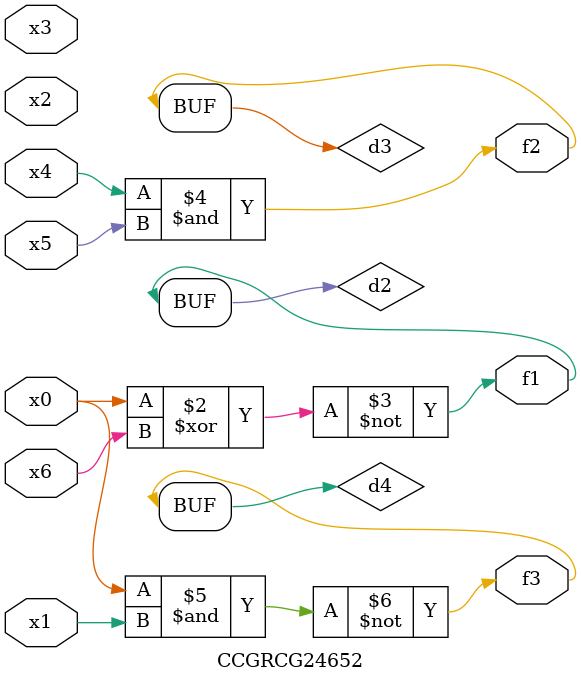
<source format=v>
module CCGRCG24652(
	input x0, x1, x2, x3, x4, x5, x6,
	output f1, f2, f3
);

	wire d1, d2, d3, d4;

	nor (d1, x0);
	xnor (d2, x0, x6);
	and (d3, x4, x5);
	nand (d4, x0, x1);
	assign f1 = d2;
	assign f2 = d3;
	assign f3 = d4;
endmodule

</source>
